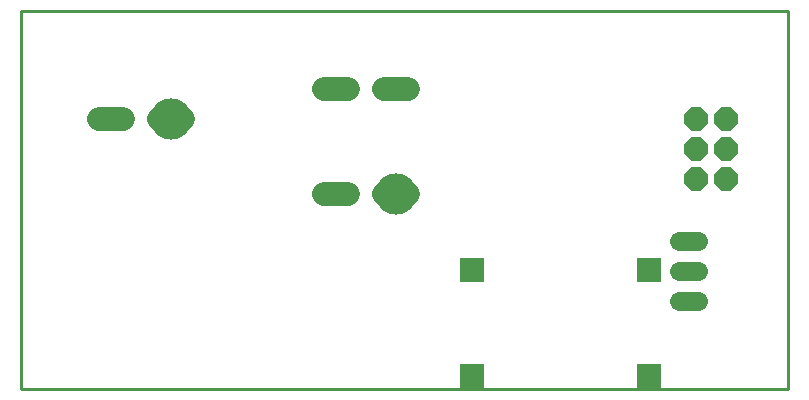
<source format=gbr>
G04 EAGLE Gerber RS-274X export*
G75*
%MOMM*%
%FSLAX34Y34*%
%LPD*%
%INBottom Copper*%
%IPPOS*%
%AMOC8*
5,1,8,0,0,1.08239X$1,22.5*%
G01*
G04 Define Apertures*
%ADD10P,2.1821X8X112.5*%
%ADD11C,2.016000*%
%ADD12C,1.600000*%
%ADD13R,2.000000X2.000000*%
%ADD14C,3.500000*%
%ADD15C,0.254000*%
D10*
X571500Y177800D03*
X596900Y177800D03*
X571500Y203200D03*
X596900Y203200D03*
X571500Y228600D03*
X596900Y228600D03*
D11*
X86280Y228600D02*
X66120Y228600D01*
X116920Y228600D02*
X137080Y228600D01*
X256620Y165100D02*
X276780Y165100D01*
X307420Y165100D02*
X327580Y165100D01*
D12*
X557000Y74600D02*
X573000Y74600D01*
X573000Y100000D02*
X557000Y100000D01*
X557000Y125400D02*
X573000Y125400D01*
D11*
X276780Y254000D02*
X256620Y254000D01*
X307420Y254000D02*
X327580Y254000D01*
D13*
X382200Y101000D03*
X382200Y11000D03*
X532200Y101000D03*
X532200Y11000D03*
D14*
X127000Y228600D03*
X317500Y165100D03*
D15*
X0Y0D02*
X650000Y0D01*
X650000Y320000D01*
X0Y320000D01*
X0Y0D01*
M02*

</source>
